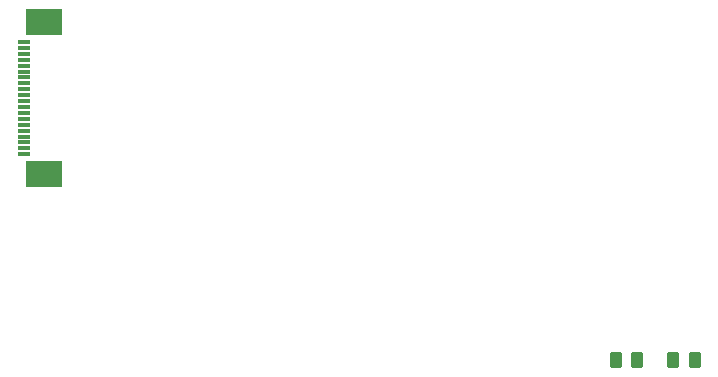
<source format=gbr>
%TF.GenerationSoftware,KiCad,Pcbnew,(7.99.0-200-gad838e3d73)*%
%TF.CreationDate,2024-03-07T11:40:56+07:00*%
%TF.ProjectId,WMS_PCB2,574d535f-5043-4423-922e-6b696361645f,rev?*%
%TF.SameCoordinates,Original*%
%TF.FileFunction,Paste,Top*%
%TF.FilePolarity,Positive*%
%FSLAX46Y46*%
G04 Gerber Fmt 4.6, Leading zero omitted, Abs format (unit mm)*
G04 Created by KiCad (PCBNEW (7.99.0-200-gad838e3d73)) date 2024-03-07 11:40:56*
%MOMM*%
%LPD*%
G01*
G04 APERTURE LIST*
G04 Aperture macros list*
%AMRoundRect*
0 Rectangle with rounded corners*
0 $1 Rounding radius*
0 $2 $3 $4 $5 $6 $7 $8 $9 X,Y pos of 4 corners*
0 Add a 4 corners polygon primitive as box body*
4,1,4,$2,$3,$4,$5,$6,$7,$8,$9,$2,$3,0*
0 Add four circle primitives for the rounded corners*
1,1,$1+$1,$2,$3*
1,1,$1+$1,$4,$5*
1,1,$1+$1,$6,$7*
1,1,$1+$1,$8,$9*
0 Add four rect primitives between the rounded corners*
20,1,$1+$1,$2,$3,$4,$5,0*
20,1,$1+$1,$4,$5,$6,$7,0*
20,1,$1+$1,$6,$7,$8,$9,0*
20,1,$1+$1,$8,$9,$2,$3,0*%
G04 Aperture macros list end*
%ADD10R,1.100000X0.300000*%
%ADD11R,3.100000X2.300000*%
%ADD12RoundRect,0.250000X0.262500X0.450000X-0.262500X0.450000X-0.262500X-0.450000X0.262500X-0.450000X0*%
%ADD13RoundRect,0.250000X-0.262500X-0.450000X0.262500X-0.450000X0.262500X0.450000X-0.262500X0.450000X0*%
G04 APERTURE END LIST*
D10*
%TO.C,U7*%
X187067199Y-80035199D03*
X187067199Y-80535199D03*
X187067199Y-81035199D03*
X187067199Y-81535199D03*
X187067199Y-82035199D03*
X187067199Y-82535199D03*
X187067199Y-83035199D03*
X187067199Y-83535199D03*
X187067199Y-84035199D03*
X187067199Y-84535199D03*
X187067199Y-85035199D03*
X187067199Y-85535199D03*
X187067199Y-86035199D03*
X187067199Y-86535199D03*
X187067199Y-87035199D03*
X187067199Y-87535199D03*
X187067199Y-88035199D03*
X187067199Y-88535199D03*
X187067199Y-89035199D03*
X187067199Y-89535199D03*
D11*
X188767199Y-91205199D03*
X188767199Y-78365199D03*
%TD*%
D12*
%TO.C,R3*%
X239014000Y-106934000D03*
X237189000Y-106934000D03*
%TD*%
D13*
%TO.C,R4*%
X242062000Y-106934000D03*
X243887000Y-106934000D03*
%TD*%
M02*

</source>
